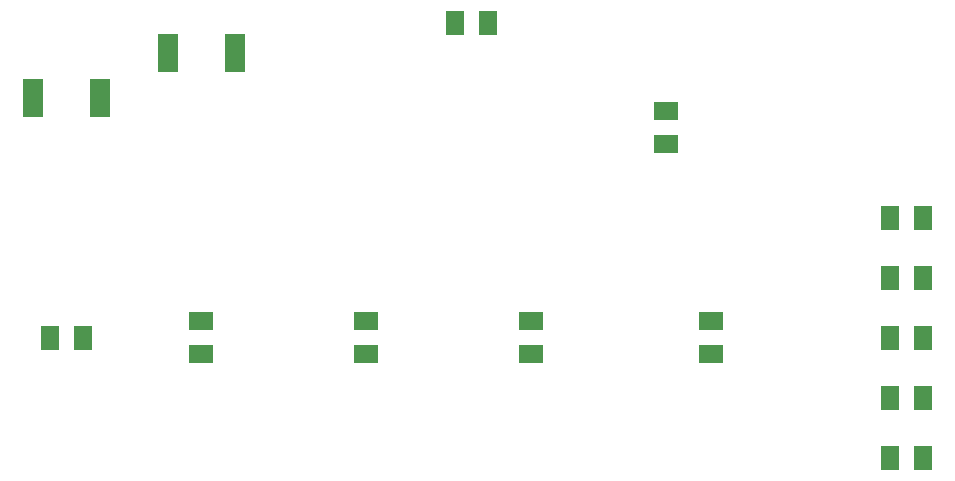
<source format=gbr>
G04 EAGLE Gerber RS-274X export*
G75*
%MOMM*%
%FSLAX34Y34*%
%LPD*%
%INSolderpaste Top*%
%IPPOS*%
%AMOC8*
5,1,8,0,0,1.08239X$1,22.5*%
G01*
%ADD10R,1.600000X2.000000*%
%ADD11R,2.000000X1.600000*%
%ADD12R,1.800000X3.200000*%


D10*
X534700Y444500D03*
X506700Y444500D03*
X875000Y127000D03*
X903000Y127000D03*
D11*
X571500Y163800D03*
X571500Y191800D03*
D10*
X875000Y177800D03*
X903000Y177800D03*
D11*
X723900Y163800D03*
X723900Y191800D03*
D10*
X875000Y228600D03*
X903000Y228600D03*
D12*
X264100Y419100D03*
X320100Y419100D03*
D11*
X685800Y369600D03*
X685800Y341600D03*
D10*
X163800Y177800D03*
X191800Y177800D03*
D12*
X149800Y381000D03*
X205800Y381000D03*
D10*
X875000Y76200D03*
X903000Y76200D03*
D11*
X292100Y163800D03*
X292100Y191800D03*
D10*
X875000Y279400D03*
X903000Y279400D03*
D11*
X431800Y163800D03*
X431800Y191800D03*
M02*

</source>
